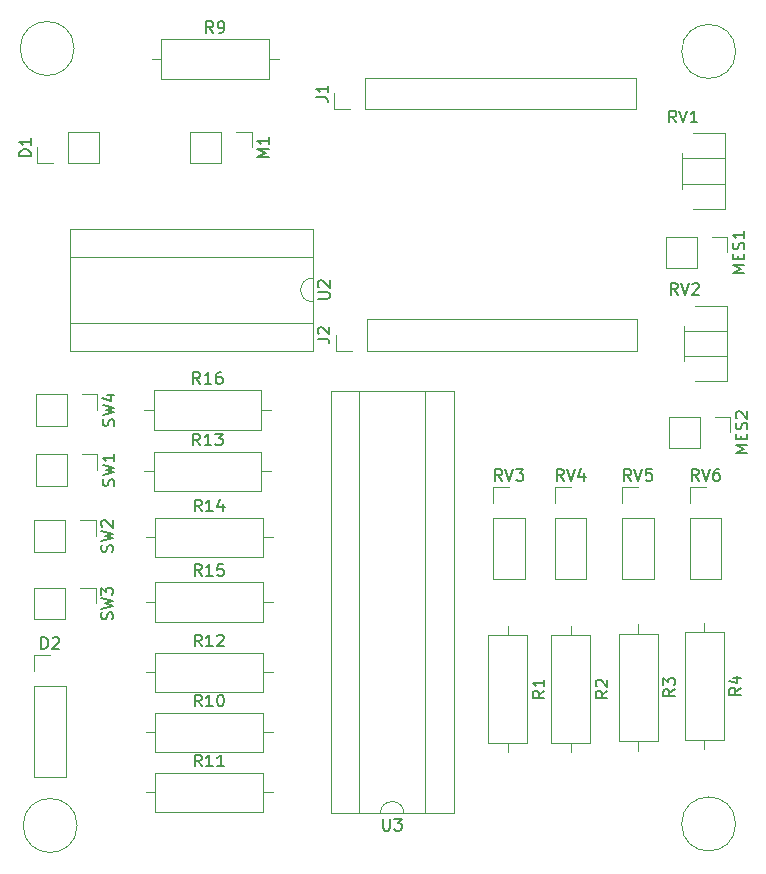
<source format=gbr>
G04 #@! TF.FileFunction,Legend,Top*
%FSLAX46Y46*%
G04 Gerber Fmt 4.6, Leading zero omitted, Abs format (unit mm)*
G04 Created by KiCad (PCBNEW 4.0.6) date Fri Jul 14 14:02:12 2017*
%MOMM*%
%LPD*%
G01*
G04 APERTURE LIST*
%ADD10C,0.100000*%
%ADD11C,0.120000*%
%ADD12C,0.150000*%
G04 APERTURE END LIST*
D10*
D11*
X18796000Y-82042000D02*
G75*
G03X18796000Y-82042000I-2286000J0D01*
G01*
X74549000Y-16510000D02*
G75*
G03X74549000Y-16510000I-2286000J0D01*
G01*
X18542000Y-16256000D02*
G75*
G03X18542000Y-16256000I-2286000J0D01*
G01*
X18034000Y-25968000D02*
X20634000Y-25968000D01*
X20634000Y-25968000D02*
X20634000Y-23308000D01*
X20634000Y-23308000D02*
X18034000Y-23308000D01*
X18034000Y-23308000D02*
X18034000Y-25968000D01*
X16764000Y-25968000D02*
X15434000Y-25968000D01*
X15434000Y-25968000D02*
X15434000Y-24638000D01*
X15180000Y-70231000D02*
X15180000Y-77911000D01*
X15180000Y-77911000D02*
X17840000Y-77911000D01*
X17840000Y-77911000D02*
X17840000Y-70231000D01*
X17840000Y-70231000D02*
X15180000Y-70231000D01*
X15180000Y-68961000D02*
X15180000Y-67631000D01*
X15180000Y-67631000D02*
X16510000Y-67631000D01*
X43180000Y-21396000D02*
X66100000Y-21396000D01*
X66100000Y-21396000D02*
X66100000Y-18736000D01*
X66100000Y-18736000D02*
X43180000Y-18736000D01*
X43180000Y-18736000D02*
X43180000Y-21396000D01*
X41910000Y-21396000D02*
X40580000Y-21396000D01*
X40580000Y-21396000D02*
X40580000Y-20066000D01*
X43307000Y-41843000D02*
X66227000Y-41843000D01*
X66227000Y-41843000D02*
X66227000Y-39183000D01*
X66227000Y-39183000D02*
X43307000Y-39183000D01*
X43307000Y-39183000D02*
X43307000Y-41843000D01*
X42037000Y-41843000D02*
X40707000Y-41843000D01*
X40707000Y-41843000D02*
X40707000Y-40513000D01*
X30988000Y-23308000D02*
X28388000Y-23308000D01*
X28388000Y-23308000D02*
X28388000Y-25968000D01*
X28388000Y-25968000D02*
X30988000Y-25968000D01*
X30988000Y-25968000D02*
X30988000Y-23308000D01*
X32258000Y-23308000D02*
X33588000Y-23308000D01*
X33588000Y-23308000D02*
X33588000Y-24638000D01*
X71247000Y-32198000D02*
X68647000Y-32198000D01*
X68647000Y-32198000D02*
X68647000Y-34858000D01*
X68647000Y-34858000D02*
X71247000Y-34858000D01*
X71247000Y-34858000D02*
X71247000Y-32198000D01*
X72517000Y-32198000D02*
X73847000Y-32198000D01*
X73847000Y-32198000D02*
X73847000Y-33528000D01*
X71501000Y-47438000D02*
X68901000Y-47438000D01*
X68901000Y-47438000D02*
X68901000Y-50098000D01*
X68901000Y-50098000D02*
X71501000Y-50098000D01*
X71501000Y-50098000D02*
X71501000Y-47438000D01*
X72771000Y-47438000D02*
X74101000Y-47438000D01*
X74101000Y-47438000D02*
X74101000Y-48768000D01*
X56905000Y-65925000D02*
X53585000Y-65925000D01*
X53585000Y-65925000D02*
X53585000Y-75045000D01*
X53585000Y-75045000D02*
X56905000Y-75045000D01*
X56905000Y-75045000D02*
X56905000Y-65925000D01*
X55245000Y-65115000D02*
X55245000Y-65925000D01*
X55245000Y-75855000D02*
X55245000Y-75045000D01*
X62239000Y-65925000D02*
X58919000Y-65925000D01*
X58919000Y-65925000D02*
X58919000Y-75045000D01*
X58919000Y-75045000D02*
X62239000Y-75045000D01*
X62239000Y-75045000D02*
X62239000Y-65925000D01*
X60579000Y-65115000D02*
X60579000Y-65925000D01*
X60579000Y-75855000D02*
X60579000Y-75045000D01*
X67954000Y-65798000D02*
X64634000Y-65798000D01*
X64634000Y-65798000D02*
X64634000Y-74918000D01*
X64634000Y-74918000D02*
X67954000Y-74918000D01*
X67954000Y-74918000D02*
X67954000Y-65798000D01*
X66294000Y-64988000D02*
X66294000Y-65798000D01*
X66294000Y-75728000D02*
X66294000Y-74918000D01*
X73542000Y-65671000D02*
X70222000Y-65671000D01*
X70222000Y-65671000D02*
X70222000Y-74791000D01*
X70222000Y-74791000D02*
X73542000Y-74791000D01*
X73542000Y-74791000D02*
X73542000Y-65671000D01*
X71882000Y-64861000D02*
X71882000Y-65671000D01*
X71882000Y-75601000D02*
X71882000Y-74791000D01*
X25920000Y-15485000D02*
X25920000Y-18805000D01*
X25920000Y-18805000D02*
X35040000Y-18805000D01*
X35040000Y-18805000D02*
X35040000Y-15485000D01*
X35040000Y-15485000D02*
X25920000Y-15485000D01*
X25110000Y-17145000D02*
X25920000Y-17145000D01*
X35850000Y-17145000D02*
X35040000Y-17145000D01*
X25412000Y-72508000D02*
X25412000Y-75828000D01*
X25412000Y-75828000D02*
X34532000Y-75828000D01*
X34532000Y-75828000D02*
X34532000Y-72508000D01*
X34532000Y-72508000D02*
X25412000Y-72508000D01*
X24602000Y-74168000D02*
X25412000Y-74168000D01*
X35342000Y-74168000D02*
X34532000Y-74168000D01*
X25412000Y-77588000D02*
X25412000Y-80908000D01*
X25412000Y-80908000D02*
X34532000Y-80908000D01*
X34532000Y-80908000D02*
X34532000Y-77588000D01*
X34532000Y-77588000D02*
X25412000Y-77588000D01*
X24602000Y-79248000D02*
X25412000Y-79248000D01*
X35342000Y-79248000D02*
X34532000Y-79248000D01*
X25412000Y-67428000D02*
X25412000Y-70748000D01*
X25412000Y-70748000D02*
X34532000Y-70748000D01*
X34532000Y-70748000D02*
X34532000Y-67428000D01*
X34532000Y-67428000D02*
X25412000Y-67428000D01*
X24602000Y-69088000D02*
X25412000Y-69088000D01*
X35342000Y-69088000D02*
X34532000Y-69088000D01*
X70977000Y-23420000D02*
X73664000Y-23420000D01*
X70977000Y-29840000D02*
X73664000Y-29840000D01*
X73664000Y-23420000D02*
X73664000Y-29840000D01*
X70043000Y-25135000D02*
X70043000Y-28126000D01*
X70043000Y-25570000D02*
X73664000Y-25570000D01*
X70043000Y-27690000D02*
X73664000Y-27690000D01*
X70043000Y-25570000D02*
X70043000Y-27690000D01*
X73664000Y-25570000D02*
X73664000Y-27690000D01*
X71104000Y-38025000D02*
X73791000Y-38025000D01*
X71104000Y-44445000D02*
X73791000Y-44445000D01*
X73791000Y-38025000D02*
X73791000Y-44445000D01*
X70170000Y-39740000D02*
X70170000Y-42731000D01*
X70170000Y-40175000D02*
X73791000Y-40175000D01*
X70170000Y-42295000D02*
X73791000Y-42295000D01*
X70170000Y-40175000D02*
X70170000Y-42295000D01*
X73791000Y-40175000D02*
X73791000Y-42295000D01*
X54042000Y-56007000D02*
X54042000Y-61147000D01*
X54042000Y-61147000D02*
X56702000Y-61147000D01*
X56702000Y-61147000D02*
X56702000Y-56007000D01*
X56702000Y-56007000D02*
X54042000Y-56007000D01*
X54042000Y-54737000D02*
X54042000Y-53407000D01*
X54042000Y-53407000D02*
X55372000Y-53407000D01*
X59249000Y-56007000D02*
X59249000Y-61147000D01*
X59249000Y-61147000D02*
X61909000Y-61147000D01*
X61909000Y-61147000D02*
X61909000Y-56007000D01*
X61909000Y-56007000D02*
X59249000Y-56007000D01*
X59249000Y-54737000D02*
X59249000Y-53407000D01*
X59249000Y-53407000D02*
X60579000Y-53407000D01*
X64964000Y-56007000D02*
X64964000Y-61147000D01*
X64964000Y-61147000D02*
X67624000Y-61147000D01*
X67624000Y-61147000D02*
X67624000Y-56007000D01*
X67624000Y-56007000D02*
X64964000Y-56007000D01*
X64964000Y-54737000D02*
X64964000Y-53407000D01*
X64964000Y-53407000D02*
X66294000Y-53407000D01*
X70679000Y-56007000D02*
X70679000Y-61147000D01*
X70679000Y-61147000D02*
X73339000Y-61147000D01*
X73339000Y-61147000D02*
X73339000Y-56007000D01*
X73339000Y-56007000D02*
X70679000Y-56007000D01*
X70679000Y-54737000D02*
X70679000Y-53407000D01*
X70679000Y-53407000D02*
X72009000Y-53407000D01*
X17907000Y-50613000D02*
X15307000Y-50613000D01*
X15307000Y-50613000D02*
X15307000Y-53273000D01*
X15307000Y-53273000D02*
X17907000Y-53273000D01*
X17907000Y-53273000D02*
X17907000Y-50613000D01*
X19177000Y-50613000D02*
X20507000Y-50613000D01*
X20507000Y-50613000D02*
X20507000Y-51943000D01*
X17780000Y-56201000D02*
X15180000Y-56201000D01*
X15180000Y-56201000D02*
X15180000Y-58861000D01*
X15180000Y-58861000D02*
X17780000Y-58861000D01*
X17780000Y-58861000D02*
X17780000Y-56201000D01*
X19050000Y-56201000D02*
X20380000Y-56201000D01*
X20380000Y-56201000D02*
X20380000Y-57531000D01*
X17780000Y-61916000D02*
X15180000Y-61916000D01*
X15180000Y-61916000D02*
X15180000Y-64576000D01*
X15180000Y-64576000D02*
X17780000Y-64576000D01*
X17780000Y-64576000D02*
X17780000Y-61916000D01*
X19050000Y-61916000D02*
X20380000Y-61916000D01*
X20380000Y-61916000D02*
X20380000Y-63246000D01*
X17907000Y-45533000D02*
X15307000Y-45533000D01*
X15307000Y-45533000D02*
X15307000Y-48193000D01*
X15307000Y-48193000D02*
X17907000Y-48193000D01*
X17907000Y-48193000D02*
X17907000Y-45533000D01*
X19177000Y-45533000D02*
X20507000Y-45533000D01*
X20507000Y-45533000D02*
X20507000Y-46863000D01*
X38728000Y-35703000D02*
X38728000Y-33933000D01*
X38728000Y-33933000D02*
X18168000Y-33933000D01*
X18168000Y-33933000D02*
X18168000Y-39473000D01*
X18168000Y-39473000D02*
X38728000Y-39473000D01*
X38728000Y-39473000D02*
X38728000Y-37703000D01*
X38728000Y-31503000D02*
X18168000Y-31503000D01*
X18168000Y-31503000D02*
X18168000Y-41903000D01*
X18168000Y-41903000D02*
X38728000Y-41903000D01*
X38728000Y-41903000D02*
X38728000Y-31503000D01*
X38728000Y-37703000D02*
G75*
G02X38728000Y-35703000I0J1000000D01*
G01*
X46466000Y-81019000D02*
X48236000Y-81019000D01*
X48236000Y-81019000D02*
X48236000Y-45219000D01*
X48236000Y-45219000D02*
X42696000Y-45219000D01*
X42696000Y-45219000D02*
X42696000Y-81019000D01*
X42696000Y-81019000D02*
X44466000Y-81019000D01*
X50666000Y-81019000D02*
X50666000Y-45219000D01*
X50666000Y-45219000D02*
X40266000Y-45219000D01*
X40266000Y-45219000D02*
X40266000Y-81019000D01*
X40266000Y-81019000D02*
X50666000Y-81019000D01*
X44466000Y-81019000D02*
G75*
G02X46466000Y-81019000I1000000J0D01*
G01*
X25285000Y-50410000D02*
X25285000Y-53730000D01*
X25285000Y-53730000D02*
X34405000Y-53730000D01*
X34405000Y-53730000D02*
X34405000Y-50410000D01*
X34405000Y-50410000D02*
X25285000Y-50410000D01*
X24475000Y-52070000D02*
X25285000Y-52070000D01*
X35215000Y-52070000D02*
X34405000Y-52070000D01*
X25412000Y-55998000D02*
X25412000Y-59318000D01*
X25412000Y-59318000D02*
X34532000Y-59318000D01*
X34532000Y-59318000D02*
X34532000Y-55998000D01*
X34532000Y-55998000D02*
X25412000Y-55998000D01*
X24602000Y-57658000D02*
X25412000Y-57658000D01*
X35342000Y-57658000D02*
X34532000Y-57658000D01*
X25412000Y-61459000D02*
X25412000Y-64779000D01*
X25412000Y-64779000D02*
X34532000Y-64779000D01*
X34532000Y-64779000D02*
X34532000Y-61459000D01*
X34532000Y-61459000D02*
X25412000Y-61459000D01*
X24602000Y-63119000D02*
X25412000Y-63119000D01*
X35342000Y-63119000D02*
X34532000Y-63119000D01*
X25285000Y-45203000D02*
X25285000Y-48523000D01*
X25285000Y-48523000D02*
X34405000Y-48523000D01*
X34405000Y-48523000D02*
X34405000Y-45203000D01*
X34405000Y-45203000D02*
X25285000Y-45203000D01*
X24475000Y-46863000D02*
X25285000Y-46863000D01*
X35215000Y-46863000D02*
X34405000Y-46863000D01*
X74549000Y-81915000D02*
G75*
G03X74549000Y-81915000I-2286000J0D01*
G01*
D12*
X14886381Y-25376095D02*
X13886381Y-25376095D01*
X13886381Y-25138000D01*
X13934000Y-24995142D01*
X14029238Y-24899904D01*
X14124476Y-24852285D01*
X14314952Y-24804666D01*
X14457810Y-24804666D01*
X14648286Y-24852285D01*
X14743524Y-24899904D01*
X14838762Y-24995142D01*
X14886381Y-25138000D01*
X14886381Y-25376095D01*
X14886381Y-23852285D02*
X14886381Y-24423714D01*
X14886381Y-24138000D02*
X13886381Y-24138000D01*
X14029238Y-24233238D01*
X14124476Y-24328476D01*
X14172095Y-24423714D01*
X15771905Y-67083381D02*
X15771905Y-66083381D01*
X16010000Y-66083381D01*
X16152858Y-66131000D01*
X16248096Y-66226238D01*
X16295715Y-66321476D01*
X16343334Y-66511952D01*
X16343334Y-66654810D01*
X16295715Y-66845286D01*
X16248096Y-66940524D01*
X16152858Y-67035762D01*
X16010000Y-67083381D01*
X15771905Y-67083381D01*
X16724286Y-66178619D02*
X16771905Y-66131000D01*
X16867143Y-66083381D01*
X17105239Y-66083381D01*
X17200477Y-66131000D01*
X17248096Y-66178619D01*
X17295715Y-66273857D01*
X17295715Y-66369095D01*
X17248096Y-66511952D01*
X16676667Y-67083381D01*
X17295715Y-67083381D01*
X39032381Y-20399333D02*
X39746667Y-20399333D01*
X39889524Y-20446953D01*
X39984762Y-20542191D01*
X40032381Y-20685048D01*
X40032381Y-20780286D01*
X40032381Y-19399333D02*
X40032381Y-19970762D01*
X40032381Y-19685048D02*
X39032381Y-19685048D01*
X39175238Y-19780286D01*
X39270476Y-19875524D01*
X39318095Y-19970762D01*
X39159381Y-40846333D02*
X39873667Y-40846333D01*
X40016524Y-40893953D01*
X40111762Y-40989191D01*
X40159381Y-41132048D01*
X40159381Y-41227286D01*
X39254619Y-40417762D02*
X39207000Y-40370143D01*
X39159381Y-40274905D01*
X39159381Y-40036809D01*
X39207000Y-39941571D01*
X39254619Y-39893952D01*
X39349857Y-39846333D01*
X39445095Y-39846333D01*
X39587952Y-39893952D01*
X40159381Y-40465381D01*
X40159381Y-39846333D01*
X35040381Y-25447524D02*
X34040381Y-25447524D01*
X34754667Y-25114190D01*
X34040381Y-24780857D01*
X35040381Y-24780857D01*
X35040381Y-23780857D02*
X35040381Y-24352286D01*
X35040381Y-24066572D02*
X34040381Y-24066572D01*
X34183238Y-24161810D01*
X34278476Y-24257048D01*
X34326095Y-24352286D01*
X75299381Y-35266095D02*
X74299381Y-35266095D01*
X75013667Y-34932761D01*
X74299381Y-34599428D01*
X75299381Y-34599428D01*
X74775571Y-34123238D02*
X74775571Y-33789904D01*
X75299381Y-33647047D02*
X75299381Y-34123238D01*
X74299381Y-34123238D01*
X74299381Y-33647047D01*
X75251762Y-33266095D02*
X75299381Y-33123238D01*
X75299381Y-32885142D01*
X75251762Y-32789904D01*
X75204143Y-32742285D01*
X75108905Y-32694666D01*
X75013667Y-32694666D01*
X74918429Y-32742285D01*
X74870810Y-32789904D01*
X74823190Y-32885142D01*
X74775571Y-33075619D01*
X74727952Y-33170857D01*
X74680333Y-33218476D01*
X74585095Y-33266095D01*
X74489857Y-33266095D01*
X74394619Y-33218476D01*
X74347000Y-33170857D01*
X74299381Y-33075619D01*
X74299381Y-32837523D01*
X74347000Y-32694666D01*
X75299381Y-31742285D02*
X75299381Y-32313714D01*
X75299381Y-32028000D02*
X74299381Y-32028000D01*
X74442238Y-32123238D01*
X74537476Y-32218476D01*
X74585095Y-32313714D01*
X75553381Y-50506095D02*
X74553381Y-50506095D01*
X75267667Y-50172761D01*
X74553381Y-49839428D01*
X75553381Y-49839428D01*
X75029571Y-49363238D02*
X75029571Y-49029904D01*
X75553381Y-48887047D02*
X75553381Y-49363238D01*
X74553381Y-49363238D01*
X74553381Y-48887047D01*
X75505762Y-48506095D02*
X75553381Y-48363238D01*
X75553381Y-48125142D01*
X75505762Y-48029904D01*
X75458143Y-47982285D01*
X75362905Y-47934666D01*
X75267667Y-47934666D01*
X75172429Y-47982285D01*
X75124810Y-48029904D01*
X75077190Y-48125142D01*
X75029571Y-48315619D01*
X74981952Y-48410857D01*
X74934333Y-48458476D01*
X74839095Y-48506095D01*
X74743857Y-48506095D01*
X74648619Y-48458476D01*
X74601000Y-48410857D01*
X74553381Y-48315619D01*
X74553381Y-48077523D01*
X74601000Y-47934666D01*
X74648619Y-47553714D02*
X74601000Y-47506095D01*
X74553381Y-47410857D01*
X74553381Y-47172761D01*
X74601000Y-47077523D01*
X74648619Y-47029904D01*
X74743857Y-46982285D01*
X74839095Y-46982285D01*
X74981952Y-47029904D01*
X75553381Y-47601333D01*
X75553381Y-46982285D01*
X58357381Y-70651666D02*
X57881190Y-70985000D01*
X58357381Y-71223095D02*
X57357381Y-71223095D01*
X57357381Y-70842142D01*
X57405000Y-70746904D01*
X57452619Y-70699285D01*
X57547857Y-70651666D01*
X57690714Y-70651666D01*
X57785952Y-70699285D01*
X57833571Y-70746904D01*
X57881190Y-70842142D01*
X57881190Y-71223095D01*
X58357381Y-69699285D02*
X58357381Y-70270714D01*
X58357381Y-69985000D02*
X57357381Y-69985000D01*
X57500238Y-70080238D01*
X57595476Y-70175476D01*
X57643095Y-70270714D01*
X63691381Y-70651666D02*
X63215190Y-70985000D01*
X63691381Y-71223095D02*
X62691381Y-71223095D01*
X62691381Y-70842142D01*
X62739000Y-70746904D01*
X62786619Y-70699285D01*
X62881857Y-70651666D01*
X63024714Y-70651666D01*
X63119952Y-70699285D01*
X63167571Y-70746904D01*
X63215190Y-70842142D01*
X63215190Y-71223095D01*
X62786619Y-70270714D02*
X62739000Y-70223095D01*
X62691381Y-70127857D01*
X62691381Y-69889761D01*
X62739000Y-69794523D01*
X62786619Y-69746904D01*
X62881857Y-69699285D01*
X62977095Y-69699285D01*
X63119952Y-69746904D01*
X63691381Y-70318333D01*
X63691381Y-69699285D01*
X69406381Y-70524666D02*
X68930190Y-70858000D01*
X69406381Y-71096095D02*
X68406381Y-71096095D01*
X68406381Y-70715142D01*
X68454000Y-70619904D01*
X68501619Y-70572285D01*
X68596857Y-70524666D01*
X68739714Y-70524666D01*
X68834952Y-70572285D01*
X68882571Y-70619904D01*
X68930190Y-70715142D01*
X68930190Y-71096095D01*
X68406381Y-70191333D02*
X68406381Y-69572285D01*
X68787333Y-69905619D01*
X68787333Y-69762761D01*
X68834952Y-69667523D01*
X68882571Y-69619904D01*
X68977810Y-69572285D01*
X69215905Y-69572285D01*
X69311143Y-69619904D01*
X69358762Y-69667523D01*
X69406381Y-69762761D01*
X69406381Y-70048476D01*
X69358762Y-70143714D01*
X69311143Y-70191333D01*
X74994381Y-70397666D02*
X74518190Y-70731000D01*
X74994381Y-70969095D02*
X73994381Y-70969095D01*
X73994381Y-70588142D01*
X74042000Y-70492904D01*
X74089619Y-70445285D01*
X74184857Y-70397666D01*
X74327714Y-70397666D01*
X74422952Y-70445285D01*
X74470571Y-70492904D01*
X74518190Y-70588142D01*
X74518190Y-70969095D01*
X74327714Y-69540523D02*
X74994381Y-69540523D01*
X73946762Y-69778619D02*
X74661048Y-70016714D01*
X74661048Y-69397666D01*
X30313334Y-14937381D02*
X29980000Y-14461190D01*
X29741905Y-14937381D02*
X29741905Y-13937381D01*
X30122858Y-13937381D01*
X30218096Y-13985000D01*
X30265715Y-14032619D01*
X30313334Y-14127857D01*
X30313334Y-14270714D01*
X30265715Y-14365952D01*
X30218096Y-14413571D01*
X30122858Y-14461190D01*
X29741905Y-14461190D01*
X30789524Y-14937381D02*
X30980000Y-14937381D01*
X31075239Y-14889762D01*
X31122858Y-14842143D01*
X31218096Y-14699286D01*
X31265715Y-14508810D01*
X31265715Y-14127857D01*
X31218096Y-14032619D01*
X31170477Y-13985000D01*
X31075239Y-13937381D01*
X30884762Y-13937381D01*
X30789524Y-13985000D01*
X30741905Y-14032619D01*
X30694286Y-14127857D01*
X30694286Y-14365952D01*
X30741905Y-14461190D01*
X30789524Y-14508810D01*
X30884762Y-14556429D01*
X31075239Y-14556429D01*
X31170477Y-14508810D01*
X31218096Y-14461190D01*
X31265715Y-14365952D01*
X29329143Y-71960381D02*
X28995809Y-71484190D01*
X28757714Y-71960381D02*
X28757714Y-70960381D01*
X29138667Y-70960381D01*
X29233905Y-71008000D01*
X29281524Y-71055619D01*
X29329143Y-71150857D01*
X29329143Y-71293714D01*
X29281524Y-71388952D01*
X29233905Y-71436571D01*
X29138667Y-71484190D01*
X28757714Y-71484190D01*
X30281524Y-71960381D02*
X29710095Y-71960381D01*
X29995809Y-71960381D02*
X29995809Y-70960381D01*
X29900571Y-71103238D01*
X29805333Y-71198476D01*
X29710095Y-71246095D01*
X30900571Y-70960381D02*
X30995810Y-70960381D01*
X31091048Y-71008000D01*
X31138667Y-71055619D01*
X31186286Y-71150857D01*
X31233905Y-71341333D01*
X31233905Y-71579429D01*
X31186286Y-71769905D01*
X31138667Y-71865143D01*
X31091048Y-71912762D01*
X30995810Y-71960381D01*
X30900571Y-71960381D01*
X30805333Y-71912762D01*
X30757714Y-71865143D01*
X30710095Y-71769905D01*
X30662476Y-71579429D01*
X30662476Y-71341333D01*
X30710095Y-71150857D01*
X30757714Y-71055619D01*
X30805333Y-71008000D01*
X30900571Y-70960381D01*
X29329143Y-77040381D02*
X28995809Y-76564190D01*
X28757714Y-77040381D02*
X28757714Y-76040381D01*
X29138667Y-76040381D01*
X29233905Y-76088000D01*
X29281524Y-76135619D01*
X29329143Y-76230857D01*
X29329143Y-76373714D01*
X29281524Y-76468952D01*
X29233905Y-76516571D01*
X29138667Y-76564190D01*
X28757714Y-76564190D01*
X30281524Y-77040381D02*
X29710095Y-77040381D01*
X29995809Y-77040381D02*
X29995809Y-76040381D01*
X29900571Y-76183238D01*
X29805333Y-76278476D01*
X29710095Y-76326095D01*
X31233905Y-77040381D02*
X30662476Y-77040381D01*
X30948190Y-77040381D02*
X30948190Y-76040381D01*
X30852952Y-76183238D01*
X30757714Y-76278476D01*
X30662476Y-76326095D01*
X29329143Y-66880381D02*
X28995809Y-66404190D01*
X28757714Y-66880381D02*
X28757714Y-65880381D01*
X29138667Y-65880381D01*
X29233905Y-65928000D01*
X29281524Y-65975619D01*
X29329143Y-66070857D01*
X29329143Y-66213714D01*
X29281524Y-66308952D01*
X29233905Y-66356571D01*
X29138667Y-66404190D01*
X28757714Y-66404190D01*
X30281524Y-66880381D02*
X29710095Y-66880381D01*
X29995809Y-66880381D02*
X29995809Y-65880381D01*
X29900571Y-66023238D01*
X29805333Y-66118476D01*
X29710095Y-66166095D01*
X30662476Y-65975619D02*
X30710095Y-65928000D01*
X30805333Y-65880381D01*
X31043429Y-65880381D01*
X31138667Y-65928000D01*
X31186286Y-65975619D01*
X31233905Y-66070857D01*
X31233905Y-66166095D01*
X31186286Y-66308952D01*
X30614857Y-66880381D01*
X31233905Y-66880381D01*
X69508762Y-22522381D02*
X69175428Y-22046190D01*
X68937333Y-22522381D02*
X68937333Y-21522381D01*
X69318286Y-21522381D01*
X69413524Y-21570000D01*
X69461143Y-21617619D01*
X69508762Y-21712857D01*
X69508762Y-21855714D01*
X69461143Y-21950952D01*
X69413524Y-21998571D01*
X69318286Y-22046190D01*
X68937333Y-22046190D01*
X69794476Y-21522381D02*
X70127809Y-22522381D01*
X70461143Y-21522381D01*
X71318286Y-22522381D02*
X70746857Y-22522381D01*
X71032571Y-22522381D02*
X71032571Y-21522381D01*
X70937333Y-21665238D01*
X70842095Y-21760476D01*
X70746857Y-21808095D01*
X69635762Y-37127381D02*
X69302428Y-36651190D01*
X69064333Y-37127381D02*
X69064333Y-36127381D01*
X69445286Y-36127381D01*
X69540524Y-36175000D01*
X69588143Y-36222619D01*
X69635762Y-36317857D01*
X69635762Y-36460714D01*
X69588143Y-36555952D01*
X69540524Y-36603571D01*
X69445286Y-36651190D01*
X69064333Y-36651190D01*
X69921476Y-36127381D02*
X70254809Y-37127381D01*
X70588143Y-36127381D01*
X70873857Y-36222619D02*
X70921476Y-36175000D01*
X71016714Y-36127381D01*
X71254810Y-36127381D01*
X71350048Y-36175000D01*
X71397667Y-36222619D01*
X71445286Y-36317857D01*
X71445286Y-36413095D01*
X71397667Y-36555952D01*
X70826238Y-37127381D01*
X71445286Y-37127381D01*
X54776762Y-52859381D02*
X54443428Y-52383190D01*
X54205333Y-52859381D02*
X54205333Y-51859381D01*
X54586286Y-51859381D01*
X54681524Y-51907000D01*
X54729143Y-51954619D01*
X54776762Y-52049857D01*
X54776762Y-52192714D01*
X54729143Y-52287952D01*
X54681524Y-52335571D01*
X54586286Y-52383190D01*
X54205333Y-52383190D01*
X55062476Y-51859381D02*
X55395809Y-52859381D01*
X55729143Y-51859381D01*
X55967238Y-51859381D02*
X56586286Y-51859381D01*
X56252952Y-52240333D01*
X56395810Y-52240333D01*
X56491048Y-52287952D01*
X56538667Y-52335571D01*
X56586286Y-52430810D01*
X56586286Y-52668905D01*
X56538667Y-52764143D01*
X56491048Y-52811762D01*
X56395810Y-52859381D01*
X56110095Y-52859381D01*
X56014857Y-52811762D01*
X55967238Y-52764143D01*
X59983762Y-52859381D02*
X59650428Y-52383190D01*
X59412333Y-52859381D02*
X59412333Y-51859381D01*
X59793286Y-51859381D01*
X59888524Y-51907000D01*
X59936143Y-51954619D01*
X59983762Y-52049857D01*
X59983762Y-52192714D01*
X59936143Y-52287952D01*
X59888524Y-52335571D01*
X59793286Y-52383190D01*
X59412333Y-52383190D01*
X60269476Y-51859381D02*
X60602809Y-52859381D01*
X60936143Y-51859381D01*
X61698048Y-52192714D02*
X61698048Y-52859381D01*
X61459952Y-51811762D02*
X61221857Y-52526048D01*
X61840905Y-52526048D01*
X65698762Y-52859381D02*
X65365428Y-52383190D01*
X65127333Y-52859381D02*
X65127333Y-51859381D01*
X65508286Y-51859381D01*
X65603524Y-51907000D01*
X65651143Y-51954619D01*
X65698762Y-52049857D01*
X65698762Y-52192714D01*
X65651143Y-52287952D01*
X65603524Y-52335571D01*
X65508286Y-52383190D01*
X65127333Y-52383190D01*
X65984476Y-51859381D02*
X66317809Y-52859381D01*
X66651143Y-51859381D01*
X67460667Y-51859381D02*
X66984476Y-51859381D01*
X66936857Y-52335571D01*
X66984476Y-52287952D01*
X67079714Y-52240333D01*
X67317810Y-52240333D01*
X67413048Y-52287952D01*
X67460667Y-52335571D01*
X67508286Y-52430810D01*
X67508286Y-52668905D01*
X67460667Y-52764143D01*
X67413048Y-52811762D01*
X67317810Y-52859381D01*
X67079714Y-52859381D01*
X66984476Y-52811762D01*
X66936857Y-52764143D01*
X71413762Y-52859381D02*
X71080428Y-52383190D01*
X70842333Y-52859381D02*
X70842333Y-51859381D01*
X71223286Y-51859381D01*
X71318524Y-51907000D01*
X71366143Y-51954619D01*
X71413762Y-52049857D01*
X71413762Y-52192714D01*
X71366143Y-52287952D01*
X71318524Y-52335571D01*
X71223286Y-52383190D01*
X70842333Y-52383190D01*
X71699476Y-51859381D02*
X72032809Y-52859381D01*
X72366143Y-51859381D01*
X73128048Y-51859381D02*
X72937571Y-51859381D01*
X72842333Y-51907000D01*
X72794714Y-51954619D01*
X72699476Y-52097476D01*
X72651857Y-52287952D01*
X72651857Y-52668905D01*
X72699476Y-52764143D01*
X72747095Y-52811762D01*
X72842333Y-52859381D01*
X73032810Y-52859381D01*
X73128048Y-52811762D01*
X73175667Y-52764143D01*
X73223286Y-52668905D01*
X73223286Y-52430810D01*
X73175667Y-52335571D01*
X73128048Y-52287952D01*
X73032810Y-52240333D01*
X72842333Y-52240333D01*
X72747095Y-52287952D01*
X72699476Y-52335571D01*
X72651857Y-52430810D01*
X21911762Y-53276333D02*
X21959381Y-53133476D01*
X21959381Y-52895380D01*
X21911762Y-52800142D01*
X21864143Y-52752523D01*
X21768905Y-52704904D01*
X21673667Y-52704904D01*
X21578429Y-52752523D01*
X21530810Y-52800142D01*
X21483190Y-52895380D01*
X21435571Y-53085857D01*
X21387952Y-53181095D01*
X21340333Y-53228714D01*
X21245095Y-53276333D01*
X21149857Y-53276333D01*
X21054619Y-53228714D01*
X21007000Y-53181095D01*
X20959381Y-53085857D01*
X20959381Y-52847761D01*
X21007000Y-52704904D01*
X20959381Y-52371571D02*
X21959381Y-52133476D01*
X21245095Y-51942999D01*
X21959381Y-51752523D01*
X20959381Y-51514428D01*
X21959381Y-50609666D02*
X21959381Y-51181095D01*
X21959381Y-50895381D02*
X20959381Y-50895381D01*
X21102238Y-50990619D01*
X21197476Y-51085857D01*
X21245095Y-51181095D01*
X21784762Y-58864333D02*
X21832381Y-58721476D01*
X21832381Y-58483380D01*
X21784762Y-58388142D01*
X21737143Y-58340523D01*
X21641905Y-58292904D01*
X21546667Y-58292904D01*
X21451429Y-58340523D01*
X21403810Y-58388142D01*
X21356190Y-58483380D01*
X21308571Y-58673857D01*
X21260952Y-58769095D01*
X21213333Y-58816714D01*
X21118095Y-58864333D01*
X21022857Y-58864333D01*
X20927619Y-58816714D01*
X20880000Y-58769095D01*
X20832381Y-58673857D01*
X20832381Y-58435761D01*
X20880000Y-58292904D01*
X20832381Y-57959571D02*
X21832381Y-57721476D01*
X21118095Y-57530999D01*
X21832381Y-57340523D01*
X20832381Y-57102428D01*
X20927619Y-56769095D02*
X20880000Y-56721476D01*
X20832381Y-56626238D01*
X20832381Y-56388142D01*
X20880000Y-56292904D01*
X20927619Y-56245285D01*
X21022857Y-56197666D01*
X21118095Y-56197666D01*
X21260952Y-56245285D01*
X21832381Y-56816714D01*
X21832381Y-56197666D01*
X21784762Y-64579333D02*
X21832381Y-64436476D01*
X21832381Y-64198380D01*
X21784762Y-64103142D01*
X21737143Y-64055523D01*
X21641905Y-64007904D01*
X21546667Y-64007904D01*
X21451429Y-64055523D01*
X21403810Y-64103142D01*
X21356190Y-64198380D01*
X21308571Y-64388857D01*
X21260952Y-64484095D01*
X21213333Y-64531714D01*
X21118095Y-64579333D01*
X21022857Y-64579333D01*
X20927619Y-64531714D01*
X20880000Y-64484095D01*
X20832381Y-64388857D01*
X20832381Y-64150761D01*
X20880000Y-64007904D01*
X20832381Y-63674571D02*
X21832381Y-63436476D01*
X21118095Y-63245999D01*
X21832381Y-63055523D01*
X20832381Y-62817428D01*
X20832381Y-62531714D02*
X20832381Y-61912666D01*
X21213333Y-62246000D01*
X21213333Y-62103142D01*
X21260952Y-62007904D01*
X21308571Y-61960285D01*
X21403810Y-61912666D01*
X21641905Y-61912666D01*
X21737143Y-61960285D01*
X21784762Y-62007904D01*
X21832381Y-62103142D01*
X21832381Y-62388857D01*
X21784762Y-62484095D01*
X21737143Y-62531714D01*
X21911762Y-48196333D02*
X21959381Y-48053476D01*
X21959381Y-47815380D01*
X21911762Y-47720142D01*
X21864143Y-47672523D01*
X21768905Y-47624904D01*
X21673667Y-47624904D01*
X21578429Y-47672523D01*
X21530810Y-47720142D01*
X21483190Y-47815380D01*
X21435571Y-48005857D01*
X21387952Y-48101095D01*
X21340333Y-48148714D01*
X21245095Y-48196333D01*
X21149857Y-48196333D01*
X21054619Y-48148714D01*
X21007000Y-48101095D01*
X20959381Y-48005857D01*
X20959381Y-47767761D01*
X21007000Y-47624904D01*
X20959381Y-47291571D02*
X21959381Y-47053476D01*
X21245095Y-46862999D01*
X21959381Y-46672523D01*
X20959381Y-46434428D01*
X21292714Y-45624904D02*
X21959381Y-45624904D01*
X20911762Y-45863000D02*
X21626048Y-46101095D01*
X21626048Y-45482047D01*
X39180381Y-37464905D02*
X39989905Y-37464905D01*
X40085143Y-37417286D01*
X40132762Y-37369667D01*
X40180381Y-37274429D01*
X40180381Y-37083952D01*
X40132762Y-36988714D01*
X40085143Y-36941095D01*
X39989905Y-36893476D01*
X39180381Y-36893476D01*
X39275619Y-36464905D02*
X39228000Y-36417286D01*
X39180381Y-36322048D01*
X39180381Y-36083952D01*
X39228000Y-35988714D01*
X39275619Y-35941095D01*
X39370857Y-35893476D01*
X39466095Y-35893476D01*
X39608952Y-35941095D01*
X40180381Y-36512524D01*
X40180381Y-35893476D01*
X44704095Y-81471381D02*
X44704095Y-82280905D01*
X44751714Y-82376143D01*
X44799333Y-82423762D01*
X44894571Y-82471381D01*
X45085048Y-82471381D01*
X45180286Y-82423762D01*
X45227905Y-82376143D01*
X45275524Y-82280905D01*
X45275524Y-81471381D01*
X45656476Y-81471381D02*
X46275524Y-81471381D01*
X45942190Y-81852333D01*
X46085048Y-81852333D01*
X46180286Y-81899952D01*
X46227905Y-81947571D01*
X46275524Y-82042810D01*
X46275524Y-82280905D01*
X46227905Y-82376143D01*
X46180286Y-82423762D01*
X46085048Y-82471381D01*
X45799333Y-82471381D01*
X45704095Y-82423762D01*
X45656476Y-82376143D01*
X29202143Y-49862381D02*
X28868809Y-49386190D01*
X28630714Y-49862381D02*
X28630714Y-48862381D01*
X29011667Y-48862381D01*
X29106905Y-48910000D01*
X29154524Y-48957619D01*
X29202143Y-49052857D01*
X29202143Y-49195714D01*
X29154524Y-49290952D01*
X29106905Y-49338571D01*
X29011667Y-49386190D01*
X28630714Y-49386190D01*
X30154524Y-49862381D02*
X29583095Y-49862381D01*
X29868809Y-49862381D02*
X29868809Y-48862381D01*
X29773571Y-49005238D01*
X29678333Y-49100476D01*
X29583095Y-49148095D01*
X30487857Y-48862381D02*
X31106905Y-48862381D01*
X30773571Y-49243333D01*
X30916429Y-49243333D01*
X31011667Y-49290952D01*
X31059286Y-49338571D01*
X31106905Y-49433810D01*
X31106905Y-49671905D01*
X31059286Y-49767143D01*
X31011667Y-49814762D01*
X30916429Y-49862381D01*
X30630714Y-49862381D01*
X30535476Y-49814762D01*
X30487857Y-49767143D01*
X29329143Y-55450381D02*
X28995809Y-54974190D01*
X28757714Y-55450381D02*
X28757714Y-54450381D01*
X29138667Y-54450381D01*
X29233905Y-54498000D01*
X29281524Y-54545619D01*
X29329143Y-54640857D01*
X29329143Y-54783714D01*
X29281524Y-54878952D01*
X29233905Y-54926571D01*
X29138667Y-54974190D01*
X28757714Y-54974190D01*
X30281524Y-55450381D02*
X29710095Y-55450381D01*
X29995809Y-55450381D02*
X29995809Y-54450381D01*
X29900571Y-54593238D01*
X29805333Y-54688476D01*
X29710095Y-54736095D01*
X31138667Y-54783714D02*
X31138667Y-55450381D01*
X30900571Y-54402762D02*
X30662476Y-55117048D01*
X31281524Y-55117048D01*
X29329143Y-60911381D02*
X28995809Y-60435190D01*
X28757714Y-60911381D02*
X28757714Y-59911381D01*
X29138667Y-59911381D01*
X29233905Y-59959000D01*
X29281524Y-60006619D01*
X29329143Y-60101857D01*
X29329143Y-60244714D01*
X29281524Y-60339952D01*
X29233905Y-60387571D01*
X29138667Y-60435190D01*
X28757714Y-60435190D01*
X30281524Y-60911381D02*
X29710095Y-60911381D01*
X29995809Y-60911381D02*
X29995809Y-59911381D01*
X29900571Y-60054238D01*
X29805333Y-60149476D01*
X29710095Y-60197095D01*
X31186286Y-59911381D02*
X30710095Y-59911381D01*
X30662476Y-60387571D01*
X30710095Y-60339952D01*
X30805333Y-60292333D01*
X31043429Y-60292333D01*
X31138667Y-60339952D01*
X31186286Y-60387571D01*
X31233905Y-60482810D01*
X31233905Y-60720905D01*
X31186286Y-60816143D01*
X31138667Y-60863762D01*
X31043429Y-60911381D01*
X30805333Y-60911381D01*
X30710095Y-60863762D01*
X30662476Y-60816143D01*
X29202143Y-44655381D02*
X28868809Y-44179190D01*
X28630714Y-44655381D02*
X28630714Y-43655381D01*
X29011667Y-43655381D01*
X29106905Y-43703000D01*
X29154524Y-43750619D01*
X29202143Y-43845857D01*
X29202143Y-43988714D01*
X29154524Y-44083952D01*
X29106905Y-44131571D01*
X29011667Y-44179190D01*
X28630714Y-44179190D01*
X30154524Y-44655381D02*
X29583095Y-44655381D01*
X29868809Y-44655381D02*
X29868809Y-43655381D01*
X29773571Y-43798238D01*
X29678333Y-43893476D01*
X29583095Y-43941095D01*
X31011667Y-43655381D02*
X30821190Y-43655381D01*
X30725952Y-43703000D01*
X30678333Y-43750619D01*
X30583095Y-43893476D01*
X30535476Y-44083952D01*
X30535476Y-44464905D01*
X30583095Y-44560143D01*
X30630714Y-44607762D01*
X30725952Y-44655381D01*
X30916429Y-44655381D01*
X31011667Y-44607762D01*
X31059286Y-44560143D01*
X31106905Y-44464905D01*
X31106905Y-44226810D01*
X31059286Y-44131571D01*
X31011667Y-44083952D01*
X30916429Y-44036333D01*
X30725952Y-44036333D01*
X30630714Y-44083952D01*
X30583095Y-44131571D01*
X30535476Y-44226810D01*
M02*

</source>
